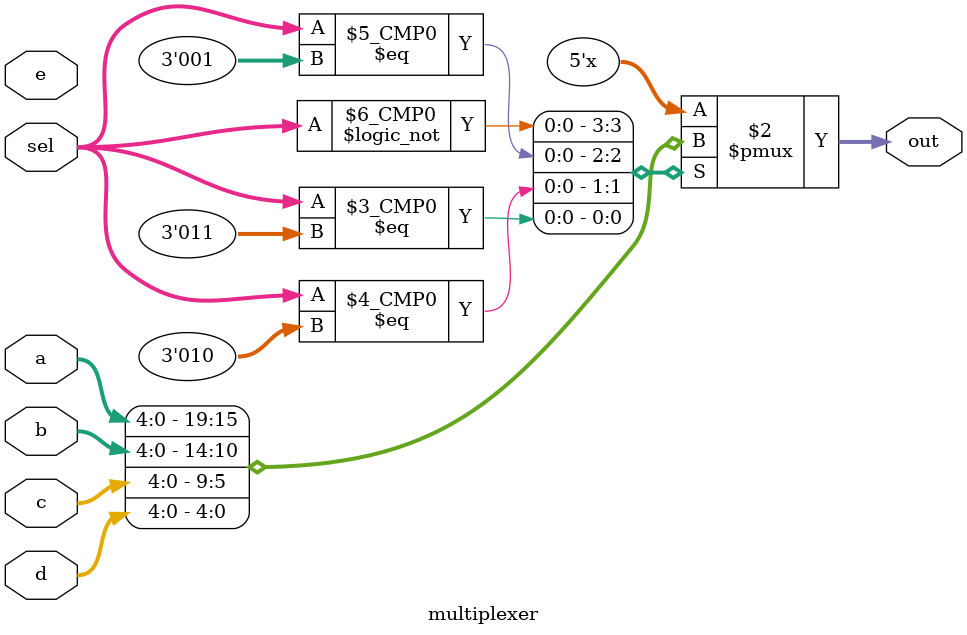
<source format=v>
module multiplexer (input [4:0] a, input [4:0] b,input [4:0] c,input [4:0] d,input [4:0] e, input[2:0] sel, 
							output reg [4:0]  out); 
    always @ (a or b or c or d or sel) begin
		 case (sel)
			2'b000: out <= a;
			2'b001: out <= b;
			2'b010: out <= c;
			2'b011: out <= d;
			2'b100: out <= e;

		 endcase
	 end
	 
    
endmodule
</source>
